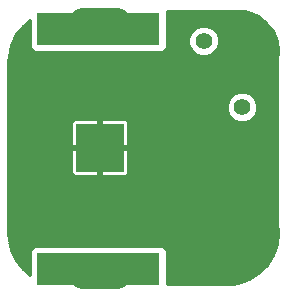
<source format=gbl>
G75*
G70*
%OFA0B0*%
%FSLAX24Y24*%
%IPPOS*%
%LPD*%
%AMOC8*
5,1,8,0,0,1.08239X$1,22.5*
%
%ADD10R,0.4100X0.1100*%
%ADD11C,0.0554*%
%ADD12C,0.1095*%
%ADD13R,0.1600X0.1600*%
%ADD14C,0.0100*%
%ADD15OC8,0.1950*%
D10*
X004036Y001134D03*
X004036Y009134D03*
D11*
X007546Y008742D03*
X008825Y006526D03*
D12*
X004633Y009318D02*
X003538Y009318D01*
X003538Y001050D02*
X004633Y001050D01*
D13*
X004086Y005184D03*
D14*
X001756Y001316D02*
X001375Y001316D01*
X001297Y001414D02*
X001756Y001414D01*
X001756Y001513D02*
X001247Y001513D01*
X001291Y001421D02*
X001129Y001758D01*
X001046Y002121D01*
X001035Y002308D01*
X001035Y002385D01*
X001035Y002397D01*
X001035Y008063D01*
X001046Y008250D01*
X001129Y008615D01*
X001292Y008952D01*
X001525Y009245D01*
X001756Y009428D01*
X001756Y008489D01*
X001890Y008354D01*
X006181Y008354D01*
X006315Y008489D01*
X006315Y009734D01*
X008883Y009734D01*
X009034Y009703D01*
X009358Y009565D01*
X009636Y009348D01*
X009848Y009067D01*
X009980Y008741D01*
X010023Y008391D01*
X010013Y008261D01*
X010006Y008242D01*
X010006Y008184D01*
X009998Y008126D01*
X010006Y008095D01*
X010006Y002673D01*
X009998Y002647D01*
X010006Y002584D01*
X010006Y002520D01*
X010012Y002506D01*
X010020Y002364D01*
X009978Y001979D01*
X009850Y001612D01*
X009645Y001283D01*
X009371Y001008D01*
X009043Y000801D01*
X008678Y000672D01*
X008503Y000642D01*
X006315Y000642D01*
X006315Y001779D01*
X006181Y001914D01*
X001890Y001914D01*
X001756Y001779D01*
X001756Y000945D01*
X001523Y001130D01*
X001291Y001421D01*
X001454Y001217D02*
X001756Y001217D01*
X001756Y001119D02*
X001538Y001119D01*
X001661Y001020D02*
X001756Y001020D01*
X001756Y001611D02*
X001199Y001611D01*
X001152Y001710D02*
X001756Y001710D01*
X001785Y001808D02*
X001117Y001808D01*
X001095Y001907D02*
X001883Y001907D01*
X001072Y002005D02*
X009980Y002005D01*
X009991Y002104D02*
X001050Y002104D01*
X001041Y002203D02*
X010002Y002203D01*
X010013Y002301D02*
X001036Y002301D01*
X001035Y002400D02*
X010018Y002400D01*
X010012Y002498D02*
X001035Y002498D01*
X001035Y002597D02*
X010004Y002597D01*
X010006Y002695D02*
X001035Y002695D01*
X001035Y002794D02*
X010006Y002794D01*
X010006Y002892D02*
X001035Y002892D01*
X001035Y002991D02*
X010006Y002991D01*
X010006Y003089D02*
X001035Y003089D01*
X001035Y003188D02*
X010006Y003188D01*
X010006Y003286D02*
X001035Y003286D01*
X001035Y003385D02*
X010006Y003385D01*
X010006Y003484D02*
X001035Y003484D01*
X001035Y003582D02*
X010006Y003582D01*
X010006Y003681D02*
X001035Y003681D01*
X001035Y003779D02*
X010006Y003779D01*
X010006Y003878D02*
X001035Y003878D01*
X001035Y003976D02*
X010006Y003976D01*
X010006Y004075D02*
X001035Y004075D01*
X001035Y004173D02*
X010006Y004173D01*
X010006Y004272D02*
X004985Y004272D01*
X004978Y004264D02*
X005006Y004292D01*
X005025Y004326D01*
X005035Y004364D01*
X005035Y005134D01*
X004136Y005134D01*
X004136Y005234D01*
X005035Y005234D01*
X005035Y006004D01*
X005025Y006042D01*
X005006Y006076D01*
X004978Y006104D01*
X004943Y006124D01*
X004905Y006134D01*
X004135Y006134D01*
X004135Y005234D01*
X004036Y005234D01*
X004036Y006134D01*
X003266Y006134D01*
X003228Y006124D01*
X003193Y006104D01*
X003165Y006076D01*
X003146Y006042D01*
X003136Y006004D01*
X003136Y005234D01*
X004035Y005234D01*
X004035Y005134D01*
X003136Y005134D01*
X003136Y004364D01*
X003146Y004326D01*
X003165Y004292D01*
X003193Y004264D01*
X003228Y004244D01*
X003266Y004234D01*
X004036Y004234D01*
X004036Y005134D01*
X004135Y005134D01*
X004135Y004234D01*
X004905Y004234D01*
X004943Y004244D01*
X004978Y004264D01*
X005035Y004370D02*
X010006Y004370D01*
X010006Y004469D02*
X005035Y004469D01*
X005035Y004568D02*
X010006Y004568D01*
X010006Y004666D02*
X005035Y004666D01*
X005035Y004765D02*
X010006Y004765D01*
X010006Y004863D02*
X005035Y004863D01*
X005035Y004962D02*
X010006Y004962D01*
X010006Y005060D02*
X005035Y005060D01*
X005035Y005257D02*
X010006Y005257D01*
X010006Y005159D02*
X004136Y005159D01*
X004135Y005257D02*
X004036Y005257D01*
X004035Y005159D02*
X001035Y005159D01*
X001035Y005257D02*
X003136Y005257D01*
X003136Y005356D02*
X001035Y005356D01*
X001035Y005454D02*
X003136Y005454D01*
X003136Y005553D02*
X001035Y005553D01*
X001035Y005652D02*
X003136Y005652D01*
X003136Y005750D02*
X001035Y005750D01*
X001035Y005849D02*
X003136Y005849D01*
X003136Y005947D02*
X001035Y005947D01*
X001035Y006046D02*
X003148Y006046D01*
X004036Y006046D02*
X004135Y006046D01*
X004135Y005947D02*
X004036Y005947D01*
X004036Y005849D02*
X004135Y005849D01*
X004135Y005750D02*
X004036Y005750D01*
X004036Y005652D02*
X004135Y005652D01*
X004135Y005553D02*
X004036Y005553D01*
X004036Y005454D02*
X004135Y005454D01*
X004135Y005356D02*
X004036Y005356D01*
X004036Y005060D02*
X004135Y005060D01*
X004135Y004962D02*
X004036Y004962D01*
X004036Y004863D02*
X004135Y004863D01*
X004135Y004765D02*
X004036Y004765D01*
X004036Y004666D02*
X004135Y004666D01*
X004135Y004568D02*
X004036Y004568D01*
X004036Y004469D02*
X004135Y004469D01*
X004135Y004370D02*
X004036Y004370D01*
X004036Y004272D02*
X004135Y004272D01*
X003186Y004272D02*
X001035Y004272D01*
X001035Y004370D02*
X003136Y004370D01*
X003136Y004469D02*
X001035Y004469D01*
X001035Y004568D02*
X003136Y004568D01*
X003136Y004666D02*
X001035Y004666D01*
X001035Y004765D02*
X003136Y004765D01*
X003136Y004863D02*
X001035Y004863D01*
X001035Y004962D02*
X003136Y004962D01*
X003136Y005060D02*
X001035Y005060D01*
X001035Y006144D02*
X008490Y006144D01*
X008538Y006096D02*
X008395Y006239D01*
X008318Y006425D01*
X008318Y006627D01*
X008395Y006813D01*
X008538Y006956D01*
X008724Y007033D01*
X008926Y007033D01*
X009113Y006956D01*
X009255Y006813D01*
X009332Y006627D01*
X009332Y006425D01*
X009255Y006239D01*
X009113Y006096D01*
X008926Y006019D01*
X008724Y006019D01*
X008538Y006096D01*
X008659Y006046D02*
X005023Y006046D01*
X005035Y005947D02*
X010006Y005947D01*
X010006Y005849D02*
X005035Y005849D01*
X005035Y005750D02*
X010006Y005750D01*
X010006Y005652D02*
X005035Y005652D01*
X005035Y005553D02*
X010006Y005553D01*
X010006Y005454D02*
X005035Y005454D01*
X005035Y005356D02*
X010006Y005356D01*
X010006Y006046D02*
X008991Y006046D01*
X009161Y006144D02*
X010006Y006144D01*
X010006Y006243D02*
X009257Y006243D01*
X009298Y006341D02*
X010006Y006341D01*
X010006Y006440D02*
X009332Y006440D01*
X009332Y006538D02*
X010006Y006538D01*
X010006Y006637D02*
X009328Y006637D01*
X009287Y006736D02*
X010006Y006736D01*
X010006Y006834D02*
X009234Y006834D01*
X009136Y006933D02*
X010006Y006933D01*
X010006Y007031D02*
X008931Y007031D01*
X008720Y007031D02*
X001035Y007031D01*
X001035Y006933D02*
X008515Y006933D01*
X008416Y006834D02*
X001035Y006834D01*
X001035Y006736D02*
X008363Y006736D01*
X008322Y006637D02*
X001035Y006637D01*
X001035Y006538D02*
X008318Y006538D01*
X008318Y006440D02*
X001035Y006440D01*
X001035Y006341D02*
X008353Y006341D01*
X008394Y006243D02*
X001035Y006243D01*
X001035Y007130D02*
X010006Y007130D01*
X010006Y007228D02*
X001035Y007228D01*
X001035Y007327D02*
X010006Y007327D01*
X010006Y007425D02*
X001035Y007425D01*
X001035Y007524D02*
X010006Y007524D01*
X010006Y007622D02*
X001035Y007622D01*
X001035Y007721D02*
X010006Y007721D01*
X010006Y007819D02*
X001035Y007819D01*
X001035Y007918D02*
X010006Y007918D01*
X010006Y008017D02*
X001035Y008017D01*
X001038Y008115D02*
X010000Y008115D01*
X010006Y008214D02*
X001044Y008214D01*
X001060Y008312D02*
X007258Y008312D01*
X007445Y008235D01*
X007647Y008235D01*
X007833Y008312D01*
X010017Y008312D01*
X010021Y008411D02*
X007932Y008411D01*
X007976Y008455D02*
X007833Y008312D01*
X007976Y008455D02*
X008053Y008641D01*
X008053Y008843D01*
X007976Y009029D01*
X007833Y009172D01*
X007647Y009249D01*
X007445Y009249D01*
X007258Y009172D01*
X007116Y009029D01*
X007039Y008843D01*
X007039Y008641D01*
X007116Y008455D01*
X007258Y008312D01*
X007160Y008411D02*
X006237Y008411D01*
X006315Y008509D02*
X007093Y008509D01*
X007052Y008608D02*
X006315Y008608D01*
X006315Y008706D02*
X007039Y008706D01*
X007039Y008805D02*
X006315Y008805D01*
X006315Y008903D02*
X007064Y008903D01*
X007104Y009002D02*
X006315Y009002D01*
X006315Y009101D02*
X007187Y009101D01*
X007324Y009199D02*
X006315Y009199D01*
X006315Y009298D02*
X009674Y009298D01*
X009748Y009199D02*
X007768Y009199D01*
X007905Y009101D02*
X009823Y009101D01*
X009874Y009002D02*
X007987Y009002D01*
X008028Y008903D02*
X009914Y008903D01*
X009954Y008805D02*
X008053Y008805D01*
X008053Y008706D02*
X009984Y008706D01*
X009996Y008608D02*
X008039Y008608D01*
X007998Y008509D02*
X010008Y008509D01*
X009575Y009396D02*
X006315Y009396D01*
X006315Y009495D02*
X009448Y009495D01*
X009292Y009593D02*
X006315Y009593D01*
X006315Y009692D02*
X009060Y009692D01*
X001756Y009396D02*
X001715Y009396D01*
X001756Y009298D02*
X001592Y009298D01*
X001489Y009199D02*
X001756Y009199D01*
X001756Y009101D02*
X001410Y009101D01*
X001332Y009002D02*
X001756Y009002D01*
X001756Y008903D02*
X001268Y008903D01*
X001221Y008805D02*
X001756Y008805D01*
X001756Y008706D02*
X001173Y008706D01*
X001128Y008608D02*
X001756Y008608D01*
X001756Y008509D02*
X001105Y008509D01*
X001083Y008411D02*
X001834Y008411D01*
X006188Y001907D02*
X009953Y001907D01*
X009918Y001808D02*
X006286Y001808D01*
X006315Y001710D02*
X009884Y001710D01*
X009850Y001611D02*
X006315Y001611D01*
X006315Y001513D02*
X009788Y001513D01*
X009727Y001414D02*
X006315Y001414D01*
X006315Y001316D02*
X009665Y001316D01*
X009579Y001217D02*
X006315Y001217D01*
X006315Y001119D02*
X009481Y001119D01*
X009383Y001020D02*
X006315Y001020D01*
X006315Y000921D02*
X009234Y000921D01*
X009078Y000823D02*
X006315Y000823D01*
X006315Y000724D02*
X008826Y000724D01*
D15*
X008936Y002134D03*
M02*

</source>
